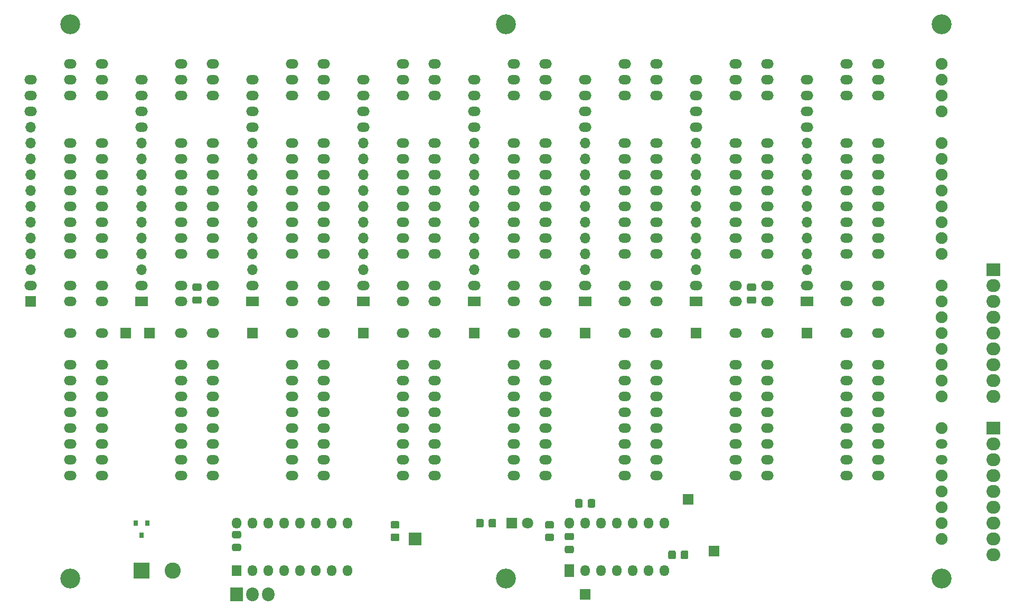
<source format=gbr>
%TF.GenerationSoftware,KiCad,Pcbnew,(5.1.8)-1*%
%TF.CreationDate,2025-08-13T23:43:51+03:00*%
%TF.ProjectId,Regs-v6,52656773-2d76-4362-9e6b-696361645f70,rev?*%
%TF.SameCoordinates,Original*%
%TF.FileFunction,Soldermask,Bot*%
%TF.FilePolarity,Negative*%
%FSLAX46Y46*%
G04 Gerber Fmt 4.6, Leading zero omitted, Abs format (unit mm)*
G04 Created by KiCad (PCBNEW (5.1.8)-1) date 2025-08-13 23:43:51*
%MOMM*%
%LPD*%
G01*
G04 APERTURE LIST*
%ADD10R,1.700000X1.700000*%
%ADD11C,1.800000*%
%ADD12R,1.800000X1.800000*%
%ADD13O,2.000000X1.500000*%
%ADD14O,1.700000X1.700000*%
%ADD15R,2.000000X1.500000*%
%ADD16R,0.800000X0.900000*%
%ADD17O,2.200000X2.100000*%
%ADD18R,2.200000X2.100000*%
%ADD19O,1.900000X1.900000*%
%ADD20O,1.900000X1.500000*%
%ADD21C,2.600000*%
%ADD22R,2.600000X2.600000*%
%ADD23O,1.500000X1.800000*%
%ADD24R,1.500000X2.000000*%
%ADD25R,1.500000X1.800000*%
%ADD26R,2.000000X2.000000*%
%ADD27O,2.000000X2.200000*%
%ADD28R,2.000000X2.200000*%
%ADD29C,3.200000*%
G04 APERTURE END LIST*
%TO.C,R2*%
G36*
G01*
X99244999Y-99460000D02*
X100145001Y-99460000D01*
G75*
G02*
X100395000Y-99709999I0J-249999D01*
G01*
X100395000Y-100410001D01*
G75*
G02*
X100145001Y-100660000I-249999J0D01*
G01*
X99244999Y-100660000D01*
G75*
G02*
X98995000Y-100410001I0J249999D01*
G01*
X98995000Y-99709999D01*
G75*
G02*
X99244999Y-99460000I249999J0D01*
G01*
G37*
G36*
G01*
X99244999Y-97460000D02*
X100145001Y-97460000D01*
G75*
G02*
X100395000Y-97709999I0J-249999D01*
G01*
X100395000Y-98410001D01*
G75*
G02*
X100145001Y-98660000I-249999J0D01*
G01*
X99244999Y-98660000D01*
G75*
G02*
X98995000Y-98410001I0J249999D01*
G01*
X98995000Y-97709999D01*
G75*
G02*
X99244999Y-97460000I249999J0D01*
G01*
G37*
%TD*%
%TO.C,R1*%
G36*
G01*
X89135000Y-97339999D02*
X89135000Y-98240001D01*
G75*
G02*
X88885001Y-98490000I-249999J0D01*
G01*
X88184999Y-98490000D01*
G75*
G02*
X87935000Y-98240001I0J249999D01*
G01*
X87935000Y-97339999D01*
G75*
G02*
X88184999Y-97090000I249999J0D01*
G01*
X88885001Y-97090000D01*
G75*
G02*
X89135000Y-97339999I0J-249999D01*
G01*
G37*
G36*
G01*
X91135000Y-97339999D02*
X91135000Y-98240001D01*
G75*
G02*
X90885001Y-98490000I-249999J0D01*
G01*
X90184999Y-98490000D01*
G75*
G02*
X89935000Y-98240001I0J249999D01*
G01*
X89935000Y-97339999D01*
G75*
G02*
X90184999Y-97090000I249999J0D01*
G01*
X90885001Y-97090000D01*
G75*
G02*
X91135000Y-97339999I0J-249999D01*
G01*
G37*
%TD*%
D10*
%TO.C,J24*%
X69850000Y-67310000D03*
%TD*%
%TO.C,J23*%
X123190000Y-67310000D03*
%TD*%
%TO.C,J22*%
X31750000Y-67310000D03*
%TD*%
%TO.C,J21*%
X105410000Y-67310000D03*
%TD*%
%TO.C,J10*%
X140970000Y-67310000D03*
%TD*%
%TO.C,J9*%
X121920000Y-93980000D03*
%TD*%
D11*
%TO.C,D1*%
X96202500Y-97790000D03*
D12*
X93662500Y-97790000D03*
%TD*%
D13*
%TO.C,J8*%
X16510000Y-26670000D03*
X16510000Y-29210000D03*
X16510000Y-31750000D03*
D14*
X16510000Y-34290000D03*
X16510000Y-36830000D03*
X16510000Y-39370000D03*
X16510000Y-41910000D03*
X16510000Y-44450000D03*
X16510000Y-46990000D03*
X16510000Y-49530000D03*
X16510000Y-52070000D03*
X16510000Y-54610000D03*
X16510000Y-57150000D03*
D13*
X16510000Y-59690000D03*
D10*
X16510000Y-62230000D03*
%TD*%
D13*
%TO.C,J7*%
X34290000Y-26670000D03*
X34290000Y-29210000D03*
X34290000Y-31750000D03*
X34290000Y-34290000D03*
D14*
X34290000Y-36830000D03*
X34290000Y-39370000D03*
X34290000Y-41910000D03*
X34290000Y-44450000D03*
X34290000Y-46990000D03*
X34290000Y-49530000D03*
X34290000Y-52070000D03*
X34290000Y-54610000D03*
X34290000Y-57150000D03*
D13*
X34290000Y-59690000D03*
D15*
X34290000Y-62230000D03*
%TD*%
D13*
%TO.C,J6*%
X52070000Y-26670000D03*
X52070000Y-29210000D03*
X52070000Y-31750000D03*
X52070000Y-34290000D03*
D14*
X52070000Y-36830000D03*
X52070000Y-39370000D03*
X52070000Y-41910000D03*
X52070000Y-44450000D03*
X52070000Y-46990000D03*
X52070000Y-49530000D03*
X52070000Y-52070000D03*
X52070000Y-54610000D03*
X52070000Y-57150000D03*
D13*
X52070000Y-59690000D03*
D15*
X52070000Y-62230000D03*
%TD*%
D13*
%TO.C,J5*%
X69850000Y-26670000D03*
X69850000Y-29210000D03*
X69850000Y-31750000D03*
X69850000Y-34290000D03*
D14*
X69850000Y-36830000D03*
X69850000Y-39370000D03*
X69850000Y-41910000D03*
X69850000Y-44450000D03*
X69850000Y-46990000D03*
X69850000Y-49530000D03*
X69850000Y-52070000D03*
X69850000Y-54610000D03*
X69850000Y-57150000D03*
D13*
X69850000Y-59690000D03*
D15*
X69850000Y-62230000D03*
%TD*%
D13*
%TO.C,J4*%
X87630000Y-26670000D03*
X87630000Y-29210000D03*
X87630000Y-31750000D03*
X87630000Y-34290000D03*
D14*
X87630000Y-36830000D03*
X87630000Y-39370000D03*
X87630000Y-41910000D03*
X87630000Y-44450000D03*
X87630000Y-46990000D03*
X87630000Y-49530000D03*
X87630000Y-52070000D03*
X87630000Y-54610000D03*
X87630000Y-57150000D03*
D13*
X87630000Y-59690000D03*
D15*
X87630000Y-62230000D03*
%TD*%
D13*
%TO.C,J3*%
X105410000Y-26670000D03*
X105410000Y-29210000D03*
X105410000Y-31750000D03*
X105410000Y-34290000D03*
D14*
X105410000Y-36830000D03*
X105410000Y-39370000D03*
X105410000Y-41910000D03*
X105410000Y-44450000D03*
X105410000Y-46990000D03*
X105410000Y-49530000D03*
X105410000Y-52070000D03*
X105410000Y-54610000D03*
X105410000Y-57150000D03*
D13*
X105410000Y-59690000D03*
D15*
X105410000Y-62230000D03*
%TD*%
D13*
%TO.C,J2*%
X123190000Y-26670000D03*
X123190000Y-29210000D03*
X123190000Y-31750000D03*
X123190000Y-34290000D03*
D14*
X123190000Y-36830000D03*
X123190000Y-39370000D03*
X123190000Y-41910000D03*
X123190000Y-44450000D03*
X123190000Y-46990000D03*
X123190000Y-49530000D03*
X123190000Y-52070000D03*
X123190000Y-54610000D03*
X123190000Y-57150000D03*
D13*
X123190000Y-59690000D03*
D15*
X123190000Y-62230000D03*
%TD*%
D13*
%TO.C,J1*%
X140970000Y-26670000D03*
X140970000Y-29210000D03*
X140970000Y-31750000D03*
X140970000Y-34290000D03*
D14*
X140970000Y-36830000D03*
X140970000Y-39370000D03*
X140970000Y-41910000D03*
X140970000Y-44450000D03*
X140970000Y-46990000D03*
X140970000Y-49530000D03*
X140970000Y-52070000D03*
X140970000Y-54610000D03*
X140970000Y-57150000D03*
D13*
X140970000Y-59690000D03*
D15*
X140970000Y-62230000D03*
%TD*%
D10*
%TO.C,J19*%
X35560000Y-67310000D03*
%TD*%
%TO.C,J20*%
X52070000Y-67310000D03*
%TD*%
%TO.C,R5*%
G36*
G01*
X75380001Y-98660000D02*
X74479999Y-98660000D01*
G75*
G02*
X74230000Y-98410001I0J249999D01*
G01*
X74230000Y-97709999D01*
G75*
G02*
X74479999Y-97460000I249999J0D01*
G01*
X75380001Y-97460000D01*
G75*
G02*
X75630000Y-97709999I0J-249999D01*
G01*
X75630000Y-98410001D01*
G75*
G02*
X75380001Y-98660000I-249999J0D01*
G01*
G37*
G36*
G01*
X75380001Y-100660000D02*
X74479999Y-100660000D01*
G75*
G02*
X74230000Y-100410001I0J249999D01*
G01*
X74230000Y-99709999D01*
G75*
G02*
X74479999Y-99460000I249999J0D01*
G01*
X75380001Y-99460000D01*
G75*
G02*
X75630000Y-99709999I0J-249999D01*
G01*
X75630000Y-100410001D01*
G75*
G02*
X75380001Y-100660000I-249999J0D01*
G01*
G37*
%TD*%
D13*
%TO.C,U19*%
X22860000Y-24130000D03*
X22860000Y-26670000D03*
X22860000Y-29210000D03*
X22860000Y-36830000D03*
X22860000Y-39370000D03*
X22860000Y-41910000D03*
X22860000Y-44450000D03*
X22860000Y-46990000D03*
X22860000Y-49530000D03*
X22860000Y-52070000D03*
X22860000Y-54610000D03*
X22860000Y-59690000D03*
X22860000Y-62230000D03*
X22860000Y-67310000D03*
X22860000Y-72390000D03*
X22860000Y-74930000D03*
X22860000Y-77470000D03*
X22860000Y-80010000D03*
X22860000Y-82550000D03*
X22860000Y-85090000D03*
X22860000Y-87630000D03*
X22860000Y-90170000D03*
%TD*%
%TO.C,U18*%
X40640000Y-24130000D03*
X40640000Y-26670000D03*
X40640000Y-29210000D03*
X40640000Y-36830000D03*
X40640000Y-39370000D03*
X40640000Y-41910000D03*
X40640000Y-44450000D03*
X40640000Y-46990000D03*
X40640000Y-49530000D03*
X40640000Y-52070000D03*
X40640000Y-54610000D03*
X40640000Y-59690000D03*
X40640000Y-62230000D03*
X40640000Y-67310000D03*
X40640000Y-72390000D03*
X40640000Y-74930000D03*
X40640000Y-77470000D03*
X40640000Y-80010000D03*
X40640000Y-82550000D03*
X40640000Y-85090000D03*
X40640000Y-87630000D03*
X40640000Y-90170000D03*
%TD*%
%TO.C,U17*%
X58420000Y-24130000D03*
X58420000Y-26670000D03*
X58420000Y-29210000D03*
X58420000Y-36830000D03*
X58420000Y-39370000D03*
X58420000Y-41910000D03*
X58420000Y-44450000D03*
X58420000Y-46990000D03*
X58420000Y-49530000D03*
X58420000Y-52070000D03*
X58420000Y-54610000D03*
X58420000Y-59690000D03*
X58420000Y-62230000D03*
X58420000Y-67310000D03*
X58420000Y-72390000D03*
X58420000Y-74930000D03*
X58420000Y-77470000D03*
X58420000Y-80010000D03*
X58420000Y-82550000D03*
X58420000Y-85090000D03*
X58420000Y-87630000D03*
X58420000Y-90170000D03*
%TD*%
%TO.C,U16*%
X76200000Y-24130000D03*
X76200000Y-26670000D03*
X76200000Y-29210000D03*
X76200000Y-36830000D03*
X76200000Y-39370000D03*
X76200000Y-41910000D03*
X76200000Y-44450000D03*
X76200000Y-46990000D03*
X76200000Y-49530000D03*
X76200000Y-52070000D03*
X76200000Y-54610000D03*
X76200000Y-59690000D03*
X76200000Y-62230000D03*
X76200000Y-67310000D03*
X76200000Y-72390000D03*
X76200000Y-74930000D03*
X76200000Y-77470000D03*
X76200000Y-80010000D03*
X76200000Y-82550000D03*
X76200000Y-85090000D03*
X76200000Y-87630000D03*
X76200000Y-90170000D03*
%TD*%
%TO.C,U12*%
X93980000Y-24130000D03*
X93980000Y-26670000D03*
X93980000Y-29210000D03*
X93980000Y-36830000D03*
X93980000Y-39370000D03*
X93980000Y-41910000D03*
X93980000Y-44450000D03*
X93980000Y-46990000D03*
X93980000Y-49530000D03*
X93980000Y-52070000D03*
X93980000Y-54610000D03*
X93980000Y-59690000D03*
X93980000Y-62230000D03*
X93980000Y-67310000D03*
X93980000Y-72390000D03*
X93980000Y-74930000D03*
X93980000Y-77470000D03*
X93980000Y-80010000D03*
X93980000Y-82550000D03*
X93980000Y-85090000D03*
X93980000Y-87630000D03*
X93980000Y-90170000D03*
%TD*%
%TO.C,U11*%
X111760000Y-24130000D03*
X111760000Y-26670000D03*
X111760000Y-29210000D03*
X111760000Y-36830000D03*
X111760000Y-39370000D03*
X111760000Y-41910000D03*
X111760000Y-44450000D03*
X111760000Y-46990000D03*
X111760000Y-49530000D03*
X111760000Y-52070000D03*
X111760000Y-54610000D03*
X111760000Y-59690000D03*
X111760000Y-62230000D03*
X111760000Y-67310000D03*
X111760000Y-72390000D03*
X111760000Y-74930000D03*
X111760000Y-77470000D03*
X111760000Y-80010000D03*
X111760000Y-82550000D03*
X111760000Y-85090000D03*
X111760000Y-87630000D03*
X111760000Y-90170000D03*
%TD*%
%TO.C,U10*%
X129540000Y-24130000D03*
X129540000Y-26670000D03*
X129540000Y-29210000D03*
X129540000Y-36830000D03*
X129540000Y-39370000D03*
X129540000Y-41910000D03*
X129540000Y-44450000D03*
X129540000Y-46990000D03*
X129540000Y-49530000D03*
X129540000Y-52070000D03*
X129540000Y-54610000D03*
X129540000Y-59690000D03*
X129540000Y-62230000D03*
X129540000Y-67310000D03*
X129540000Y-72390000D03*
X129540000Y-74930000D03*
X129540000Y-77470000D03*
X129540000Y-80010000D03*
X129540000Y-82550000D03*
X129540000Y-85090000D03*
X129540000Y-87630000D03*
X129540000Y-90170000D03*
%TD*%
%TO.C,U9*%
X147320000Y-24130000D03*
X147320000Y-26670000D03*
X147320000Y-29210000D03*
X147320000Y-36830000D03*
X147320000Y-39370000D03*
X147320000Y-41910000D03*
X147320000Y-44450000D03*
X147320000Y-46990000D03*
X147320000Y-49530000D03*
X147320000Y-52070000D03*
X147320000Y-54610000D03*
X147320000Y-59690000D03*
X147320000Y-62230000D03*
X147320000Y-67310000D03*
X147320000Y-72390000D03*
X147320000Y-74930000D03*
X147320000Y-77470000D03*
X147320000Y-80010000D03*
X147320000Y-82550000D03*
X147320000Y-85090000D03*
X147320000Y-87630000D03*
X147320000Y-90170000D03*
%TD*%
%TO.C,R7*%
G36*
G01*
X119932500Y-102419999D02*
X119932500Y-103320001D01*
G75*
G02*
X119682501Y-103570000I-249999J0D01*
G01*
X118982499Y-103570000D01*
G75*
G02*
X118732500Y-103320001I0J249999D01*
G01*
X118732500Y-102419999D01*
G75*
G02*
X118982499Y-102170000I249999J0D01*
G01*
X119682501Y-102170000D01*
G75*
G02*
X119932500Y-102419999I0J-249999D01*
G01*
G37*
G36*
G01*
X121932500Y-102419999D02*
X121932500Y-103320001D01*
G75*
G02*
X121682501Y-103570000I-249999J0D01*
G01*
X120982499Y-103570000D01*
G75*
G02*
X120732500Y-103320001I0J249999D01*
G01*
X120732500Y-102419999D01*
G75*
G02*
X120982499Y-102170000I249999J0D01*
G01*
X121682501Y-102170000D01*
G75*
G02*
X121932500Y-102419999I0J-249999D01*
G01*
G37*
%TD*%
D16*
%TO.C,Q1*%
X34290000Y-99742500D03*
X35240000Y-97742500D03*
X33340000Y-97742500D03*
%TD*%
%TO.C,C4*%
G36*
G01*
X102395000Y-101415000D02*
X103345000Y-101415000D01*
G75*
G02*
X103595000Y-101665000I0J-250000D01*
G01*
X103595000Y-102340000D01*
G75*
G02*
X103345000Y-102590000I-250000J0D01*
G01*
X102395000Y-102590000D01*
G75*
G02*
X102145000Y-102340000I0J250000D01*
G01*
X102145000Y-101665000D01*
G75*
G02*
X102395000Y-101415000I250000J0D01*
G01*
G37*
G36*
G01*
X102395000Y-99340000D02*
X103345000Y-99340000D01*
G75*
G02*
X103595000Y-99590000I0J-250000D01*
G01*
X103595000Y-100265000D01*
G75*
G02*
X103345000Y-100515000I-250000J0D01*
G01*
X102395000Y-100515000D01*
G75*
G02*
X102145000Y-100265000I0J250000D01*
G01*
X102145000Y-99590000D01*
G75*
G02*
X102395000Y-99340000I250000J0D01*
G01*
G37*
%TD*%
%TO.C,C3*%
G36*
G01*
X49055000Y-101097500D02*
X50005000Y-101097500D01*
G75*
G02*
X50255000Y-101347500I0J-250000D01*
G01*
X50255000Y-102022500D01*
G75*
G02*
X50005000Y-102272500I-250000J0D01*
G01*
X49055000Y-102272500D01*
G75*
G02*
X48805000Y-102022500I0J250000D01*
G01*
X48805000Y-101347500D01*
G75*
G02*
X49055000Y-101097500I250000J0D01*
G01*
G37*
G36*
G01*
X49055000Y-99022500D02*
X50005000Y-99022500D01*
G75*
G02*
X50255000Y-99272500I0J-250000D01*
G01*
X50255000Y-99947500D01*
G75*
G02*
X50005000Y-100197500I-250000J0D01*
G01*
X49055000Y-100197500D01*
G75*
G02*
X48805000Y-99947500I0J250000D01*
G01*
X48805000Y-99272500D01*
G75*
G02*
X49055000Y-99022500I250000J0D01*
G01*
G37*
%TD*%
%TO.C,C2*%
G36*
G01*
X131605000Y-61410000D02*
X132555000Y-61410000D01*
G75*
G02*
X132805000Y-61660000I0J-250000D01*
G01*
X132805000Y-62335000D01*
G75*
G02*
X132555000Y-62585000I-250000J0D01*
G01*
X131605000Y-62585000D01*
G75*
G02*
X131355000Y-62335000I0J250000D01*
G01*
X131355000Y-61660000D01*
G75*
G02*
X131605000Y-61410000I250000J0D01*
G01*
G37*
G36*
G01*
X131605000Y-59335000D02*
X132555000Y-59335000D01*
G75*
G02*
X132805000Y-59585000I0J-250000D01*
G01*
X132805000Y-60260000D01*
G75*
G02*
X132555000Y-60510000I-250000J0D01*
G01*
X131605000Y-60510000D01*
G75*
G02*
X131355000Y-60260000I0J250000D01*
G01*
X131355000Y-59585000D01*
G75*
G02*
X131605000Y-59335000I250000J0D01*
G01*
G37*
%TD*%
%TO.C,C1*%
G36*
G01*
X42705000Y-61410000D02*
X43655000Y-61410000D01*
G75*
G02*
X43905000Y-61660000I0J-250000D01*
G01*
X43905000Y-62335000D01*
G75*
G02*
X43655000Y-62585000I-250000J0D01*
G01*
X42705000Y-62585000D01*
G75*
G02*
X42455000Y-62335000I0J250000D01*
G01*
X42455000Y-61660000D01*
G75*
G02*
X42705000Y-61410000I250000J0D01*
G01*
G37*
G36*
G01*
X42705000Y-59335000D02*
X43655000Y-59335000D01*
G75*
G02*
X43905000Y-59585000I0J-250000D01*
G01*
X43905000Y-60260000D01*
G75*
G02*
X43655000Y-60510000I-250000J0D01*
G01*
X42705000Y-60510000D01*
G75*
G02*
X42455000Y-60260000I0J250000D01*
G01*
X42455000Y-59585000D01*
G75*
G02*
X42705000Y-59335000I250000J0D01*
G01*
G37*
%TD*%
%TO.C,R6*%
G36*
G01*
X105010000Y-94164999D02*
X105010000Y-95065001D01*
G75*
G02*
X104760001Y-95315000I-249999J0D01*
G01*
X104059999Y-95315000D01*
G75*
G02*
X103810000Y-95065001I0J249999D01*
G01*
X103810000Y-94164999D01*
G75*
G02*
X104059999Y-93915000I249999J0D01*
G01*
X104760001Y-93915000D01*
G75*
G02*
X105010000Y-94164999I0J-249999D01*
G01*
G37*
G36*
G01*
X107010000Y-94164999D02*
X107010000Y-95065001D01*
G75*
G02*
X106760001Y-95315000I-249999J0D01*
G01*
X106059999Y-95315000D01*
G75*
G02*
X105810000Y-95065001I0J249999D01*
G01*
X105810000Y-94164999D01*
G75*
G02*
X106059999Y-93915000I249999J0D01*
G01*
X106760001Y-93915000D01*
G75*
G02*
X107010000Y-94164999I0J-249999D01*
G01*
G37*
%TD*%
D17*
%TO.C,J18*%
X170815000Y-77470000D03*
X170815000Y-74930000D03*
X170815000Y-72390000D03*
X170815000Y-69850000D03*
X170815000Y-67310000D03*
X170815000Y-64770000D03*
X170815000Y-62230000D03*
X170815000Y-59690000D03*
D18*
X170815000Y-57150000D03*
%TD*%
D17*
%TO.C,J17*%
X170815000Y-102870000D03*
X170815000Y-100330000D03*
X170815000Y-97790000D03*
X170815000Y-95250000D03*
X170815000Y-92710000D03*
X170815000Y-90170000D03*
X170815000Y-87630000D03*
X170815000Y-85090000D03*
D18*
X170815000Y-82550000D03*
%TD*%
D19*
%TO.C,U15*%
X162560000Y-24130000D03*
X162560000Y-26670000D03*
X162560000Y-29210000D03*
X162560000Y-31750000D03*
X162560000Y-36830000D03*
X162560000Y-39370000D03*
X162560000Y-41910000D03*
X162560000Y-44450000D03*
X162560000Y-46990000D03*
X162560000Y-49530000D03*
X162560000Y-52070000D03*
X162560000Y-54610000D03*
X162560000Y-59690000D03*
X162560000Y-62230000D03*
X162560000Y-64770000D03*
X162560000Y-67310000D03*
X162560000Y-69850000D03*
X162560000Y-72390000D03*
X162560000Y-74930000D03*
X162560000Y-77470000D03*
X162560000Y-82550000D03*
D20*
X162560000Y-85090000D03*
X162560000Y-87630000D03*
D19*
X162560000Y-90170000D03*
X162560000Y-92710000D03*
X162560000Y-95250000D03*
X162560000Y-97790000D03*
X162560000Y-100330000D03*
%TD*%
D21*
%TO.C,J16*%
X39290000Y-105410000D03*
D22*
X34290000Y-105410000D03*
%TD*%
D23*
%TO.C,U14*%
X102870000Y-97790000D03*
X118110000Y-105410000D03*
X105410000Y-97790000D03*
X115570000Y-105410000D03*
X107950000Y-97790000D03*
X113030000Y-105410000D03*
X110490000Y-97790000D03*
X110490000Y-105410000D03*
X113030000Y-97790000D03*
X107950000Y-105410000D03*
X115570000Y-97790000D03*
X105410000Y-105410000D03*
X118110000Y-97790000D03*
D24*
X102870000Y-105410000D03*
%TD*%
D23*
%TO.C,U13*%
X49530000Y-97790000D03*
X67310000Y-105410000D03*
X52070000Y-97790000D03*
X64770000Y-105410000D03*
X54610000Y-97790000D03*
X62230000Y-105410000D03*
X57150000Y-97790000D03*
X59690000Y-105410000D03*
X59690000Y-97790000D03*
X57150000Y-105410000D03*
X62230000Y-97790000D03*
X54610000Y-105410000D03*
X64770000Y-97790000D03*
X52070000Y-105410000D03*
X67310000Y-97790000D03*
D25*
X49530000Y-105410000D03*
%TD*%
D10*
%TO.C,J15*%
X105410000Y-109220000D03*
%TD*%
%TO.C,J14*%
X126047500Y-102235000D03*
%TD*%
%TO.C,J13*%
X87630000Y-67310000D03*
%TD*%
D26*
%TO.C,J12*%
X78105000Y-100330000D03*
%TD*%
D27*
%TO.C,J11*%
X54610000Y-109220000D03*
X52070000Y-109220000D03*
D28*
X49530000Y-109220000D03*
%TD*%
D29*
%TO.C,H6*%
X162560000Y-106680000D03*
%TD*%
%TO.C,H4*%
X162560000Y-17780000D03*
%TD*%
%TO.C,H2*%
X92710000Y-106680000D03*
%TD*%
%TO.C,H5*%
X92710000Y-17780000D03*
%TD*%
%TO.C,H3*%
X22860000Y-106680000D03*
%TD*%
%TO.C,H1*%
X22860000Y-17780000D03*
%TD*%
D13*
%TO.C,U1*%
X152400000Y-24130000D03*
X152400000Y-26670000D03*
X152400000Y-29210000D03*
X152400000Y-36830000D03*
X152400000Y-39370000D03*
X152400000Y-41910000D03*
X152400000Y-44450000D03*
X152400000Y-46990000D03*
X152400000Y-49530000D03*
X152400000Y-52070000D03*
X152400000Y-54610000D03*
X152400000Y-59690000D03*
X152400000Y-62230000D03*
X152400000Y-67310000D03*
X152400000Y-72390000D03*
X152400000Y-74930000D03*
X152400000Y-77470000D03*
X152400000Y-80010000D03*
X152400000Y-82550000D03*
X152400000Y-85090000D03*
X152400000Y-87630000D03*
X152400000Y-90170000D03*
%TD*%
%TO.C,U8*%
X27940000Y-24130000D03*
X27940000Y-26670000D03*
X27940000Y-29210000D03*
X27940000Y-36830000D03*
X27940000Y-39370000D03*
X27940000Y-41910000D03*
X27940000Y-44450000D03*
X27940000Y-46990000D03*
X27940000Y-49530000D03*
X27940000Y-52070000D03*
X27940000Y-54610000D03*
X27940000Y-59690000D03*
X27940000Y-62230000D03*
X27940000Y-67310000D03*
X27940000Y-72390000D03*
X27940000Y-74930000D03*
X27940000Y-77470000D03*
X27940000Y-80010000D03*
X27940000Y-82550000D03*
X27940000Y-85090000D03*
X27940000Y-87630000D03*
X27940000Y-90170000D03*
%TD*%
%TO.C,U6*%
X63500000Y-24130000D03*
X63500000Y-26670000D03*
X63500000Y-29210000D03*
X63500000Y-36830000D03*
X63500000Y-39370000D03*
X63500000Y-41910000D03*
X63500000Y-44450000D03*
X63500000Y-46990000D03*
X63500000Y-49530000D03*
X63500000Y-52070000D03*
X63500000Y-54610000D03*
X63500000Y-59690000D03*
X63500000Y-62230000D03*
X63500000Y-67310000D03*
X63500000Y-72390000D03*
X63500000Y-74930000D03*
X63500000Y-77470000D03*
X63500000Y-80010000D03*
X63500000Y-82550000D03*
X63500000Y-85090000D03*
X63500000Y-87630000D03*
X63500000Y-90170000D03*
%TD*%
%TO.C,U4*%
X99060000Y-24130000D03*
X99060000Y-26670000D03*
X99060000Y-29210000D03*
X99060000Y-36830000D03*
X99060000Y-39370000D03*
X99060000Y-41910000D03*
X99060000Y-44450000D03*
X99060000Y-46990000D03*
X99060000Y-49530000D03*
X99060000Y-52070000D03*
X99060000Y-54610000D03*
X99060000Y-59690000D03*
X99060000Y-62230000D03*
X99060000Y-67310000D03*
X99060000Y-72390000D03*
X99060000Y-74930000D03*
X99060000Y-77470000D03*
X99060000Y-80010000D03*
X99060000Y-82550000D03*
X99060000Y-85090000D03*
X99060000Y-87630000D03*
X99060000Y-90170000D03*
%TD*%
%TO.C,U2*%
X134620000Y-24130000D03*
X134620000Y-26670000D03*
X134620000Y-29210000D03*
X134620000Y-36830000D03*
X134620000Y-39370000D03*
X134620000Y-41910000D03*
X134620000Y-44450000D03*
X134620000Y-46990000D03*
X134620000Y-49530000D03*
X134620000Y-52070000D03*
X134620000Y-54610000D03*
X134620000Y-59690000D03*
X134620000Y-62230000D03*
X134620000Y-67310000D03*
X134620000Y-72390000D03*
X134620000Y-74930000D03*
X134620000Y-77470000D03*
X134620000Y-80010000D03*
X134620000Y-82550000D03*
X134620000Y-85090000D03*
X134620000Y-87630000D03*
X134620000Y-90170000D03*
%TD*%
%TO.C,U7*%
X45720000Y-24130000D03*
X45720000Y-26670000D03*
X45720000Y-29210000D03*
X45720000Y-36830000D03*
X45720000Y-39370000D03*
X45720000Y-41910000D03*
X45720000Y-44450000D03*
X45720000Y-46990000D03*
X45720000Y-49530000D03*
X45720000Y-52070000D03*
X45720000Y-54610000D03*
X45720000Y-59690000D03*
X45720000Y-62230000D03*
X45720000Y-67310000D03*
X45720000Y-72390000D03*
X45720000Y-74930000D03*
X45720000Y-77470000D03*
X45720000Y-80010000D03*
X45720000Y-82550000D03*
X45720000Y-85090000D03*
X45720000Y-87630000D03*
X45720000Y-90170000D03*
%TD*%
%TO.C,U5*%
X81280000Y-24130000D03*
X81280000Y-26670000D03*
X81280000Y-29210000D03*
X81280000Y-36830000D03*
X81280000Y-39370000D03*
X81280000Y-41910000D03*
X81280000Y-44450000D03*
X81280000Y-46990000D03*
X81280000Y-49530000D03*
X81280000Y-52070000D03*
X81280000Y-54610000D03*
X81280000Y-59690000D03*
X81280000Y-62230000D03*
X81280000Y-67310000D03*
X81280000Y-72390000D03*
X81280000Y-74930000D03*
X81280000Y-77470000D03*
X81280000Y-80010000D03*
X81280000Y-82550000D03*
X81280000Y-85090000D03*
X81280000Y-87630000D03*
X81280000Y-90170000D03*
%TD*%
%TO.C,U3*%
X116840000Y-24130000D03*
X116840000Y-26670000D03*
X116840000Y-29210000D03*
X116840000Y-36830000D03*
X116840000Y-39370000D03*
X116840000Y-41910000D03*
X116840000Y-44450000D03*
X116840000Y-46990000D03*
X116840000Y-49530000D03*
X116840000Y-52070000D03*
X116840000Y-54610000D03*
X116840000Y-59690000D03*
X116840000Y-62230000D03*
X116840000Y-67310000D03*
X116840000Y-72390000D03*
X116840000Y-74930000D03*
X116840000Y-77470000D03*
X116840000Y-80010000D03*
X116840000Y-82550000D03*
X116840000Y-85090000D03*
X116840000Y-87630000D03*
X116840000Y-90170000D03*
%TD*%
M02*

</source>
